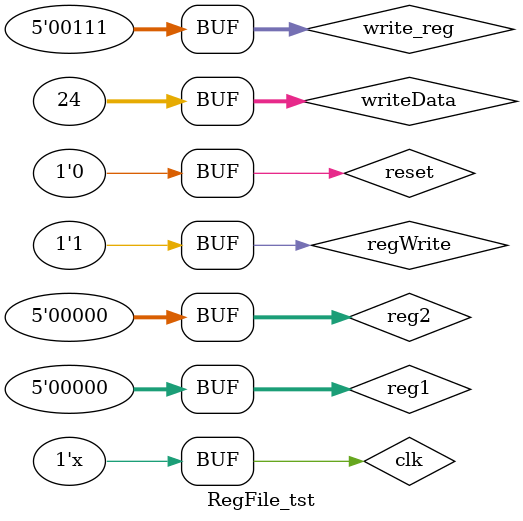
<source format=v>
`timescale 1ns / 1ps


module RegFile_tst;

	// Inputs
	reg clk;
	reg [4:0] reg1;
	reg [4:0] reg2;
	reg [4:0] write_reg;
	reg regWrite;
	reg [31:0] writeData;
	reg reset;

	// Outputs
	wire [31:0] data1;
	wire [31:0] data2;

	// Instantiate the Unit Under Test (UUT)
	RegisterFile uut (
		.clk(clk), 
		.reg1(reg1), 
		.reg2(reg2), 
		.write_reg(write_reg), 
		.regWrite(regWrite), 
		.writeData(writeData), 
		.reset(reset), 
		.data1(data1), 
		.data2(data2)
	);

	always begin
		#10 clk = ~clk;
	end
	
	initial begin
		// Initialize Inputs
		clk = 0;
		reg1 = 0;
		reg2 = 0;
		write_reg = 0;
		regWrite = 0;
		writeData = 0;
		reset = 0;
        
		// Add stimulus here
		#8 regWrite = 1;
		writeData = 32'd24;
		write_reg = 5'b00111;

	end
      
endmodule


</source>
